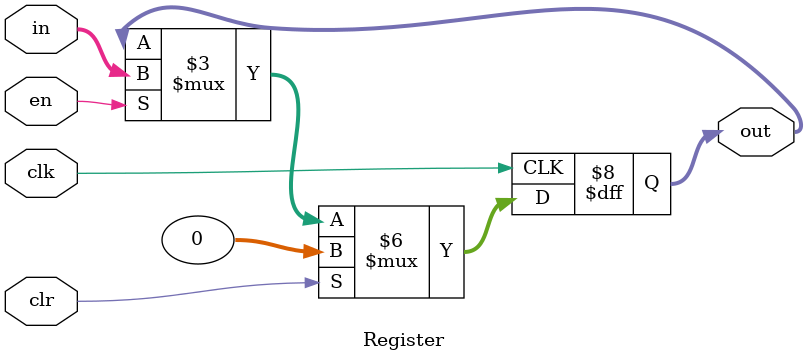
<source format=v>
module Register(clk,en,clr,in,out);
	input clk,en,clr;
	input[31:0] in;
	output reg[31:0] out={32{1'b0}};
	always@(posedge clk)begin
		if(clr)
		    	out<={32{1'b0}};
		else if(en)
			out<=in;
	end
endmodule

</source>
